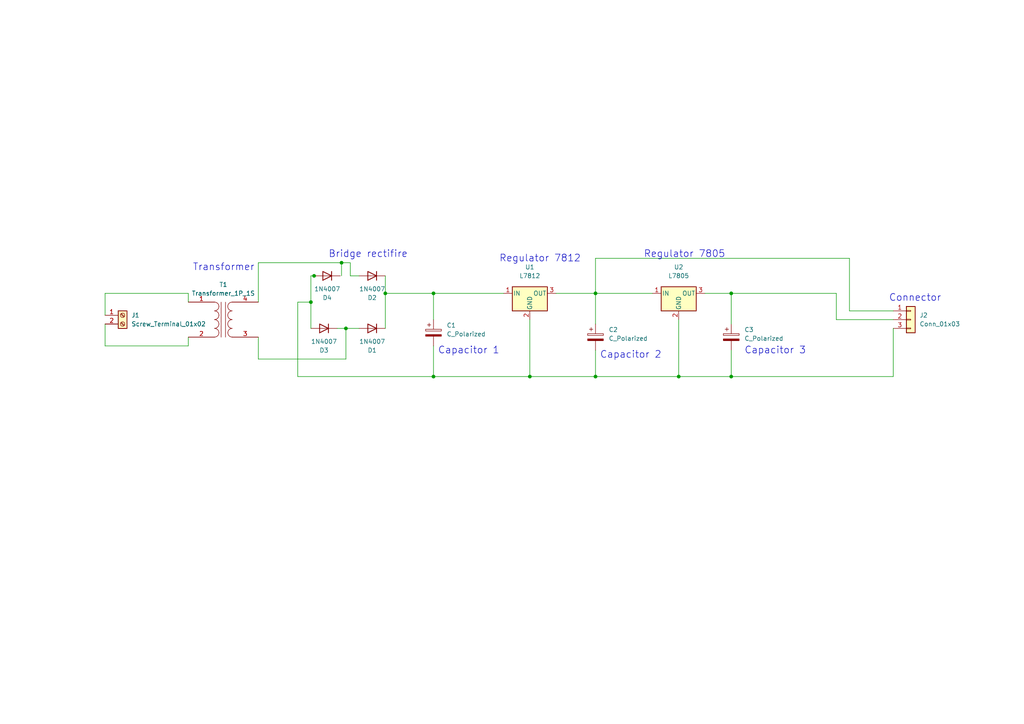
<source format=kicad_sch>
(kicad_sch (version 20211123) (generator eeschema)

  (uuid 3807e33e-5dba-445c-899c-059ff09c19fd)

  (paper "A4")

  (title_block
    (title "Power Supply")
  )

  (lib_symbols
    (symbol "Connector:Screw_Terminal_01x02" (pin_names (offset 1.016) hide) (in_bom yes) (on_board yes)
      (property "Reference" "J" (id 0) (at 0 2.54 0)
        (effects (font (size 1.27 1.27)))
      )
      (property "Value" "Screw_Terminal_01x02" (id 1) (at 0 -5.08 0)
        (effects (font (size 1.27 1.27)))
      )
      (property "Footprint" "" (id 2) (at 0 0 0)
        (effects (font (size 1.27 1.27)) hide)
      )
      (property "Datasheet" "~" (id 3) (at 0 0 0)
        (effects (font (size 1.27 1.27)) hide)
      )
      (property "ki_keywords" "screw terminal" (id 4) (at 0 0 0)
        (effects (font (size 1.27 1.27)) hide)
      )
      (property "ki_description" "Generic screw terminal, single row, 01x02, script generated (kicad-library-utils/schlib/autogen/connector/)" (id 5) (at 0 0 0)
        (effects (font (size 1.27 1.27)) hide)
      )
      (property "ki_fp_filters" "TerminalBlock*:*" (id 6) (at 0 0 0)
        (effects (font (size 1.27 1.27)) hide)
      )
      (symbol "Screw_Terminal_01x02_1_1"
        (rectangle (start -1.27 1.27) (end 1.27 -3.81)
          (stroke (width 0.254) (type default) (color 0 0 0 0))
          (fill (type background))
        )
        (circle (center 0 -2.54) (radius 0.635)
          (stroke (width 0.1524) (type default) (color 0 0 0 0))
          (fill (type none))
        )
        (polyline
          (pts
            (xy -0.5334 -2.2098)
            (xy 0.3302 -3.048)
          )
          (stroke (width 0.1524) (type default) (color 0 0 0 0))
          (fill (type none))
        )
        (polyline
          (pts
            (xy -0.5334 0.3302)
            (xy 0.3302 -0.508)
          )
          (stroke (width 0.1524) (type default) (color 0 0 0 0))
          (fill (type none))
        )
        (polyline
          (pts
            (xy -0.3556 -2.032)
            (xy 0.508 -2.8702)
          )
          (stroke (width 0.1524) (type default) (color 0 0 0 0))
          (fill (type none))
        )
        (polyline
          (pts
            (xy -0.3556 0.508)
            (xy 0.508 -0.3302)
          )
          (stroke (width 0.1524) (type default) (color 0 0 0 0))
          (fill (type none))
        )
        (circle (center 0 0) (radius 0.635)
          (stroke (width 0.1524) (type default) (color 0 0 0 0))
          (fill (type none))
        )
        (pin passive line (at -5.08 0 0) (length 3.81)
          (name "Pin_1" (effects (font (size 1.27 1.27))))
          (number "1" (effects (font (size 1.27 1.27))))
        )
        (pin passive line (at -5.08 -2.54 0) (length 3.81)
          (name "Pin_2" (effects (font (size 1.27 1.27))))
          (number "2" (effects (font (size 1.27 1.27))))
        )
      )
    )
    (symbol "Connector_Generic:Conn_01x03" (pin_names (offset 1.016) hide) (in_bom yes) (on_board yes)
      (property "Reference" "J" (id 0) (at 0 5.08 0)
        (effects (font (size 1.27 1.27)))
      )
      (property "Value" "Conn_01x03" (id 1) (at 0 -5.08 0)
        (effects (font (size 1.27 1.27)))
      )
      (property "Footprint" "" (id 2) (at 0 0 0)
        (effects (font (size 1.27 1.27)) hide)
      )
      (property "Datasheet" "~" (id 3) (at 0 0 0)
        (effects (font (size 1.27 1.27)) hide)
      )
      (property "ki_keywords" "connector" (id 4) (at 0 0 0)
        (effects (font (size 1.27 1.27)) hide)
      )
      (property "ki_description" "Generic connector, single row, 01x03, script generated (kicad-library-utils/schlib/autogen/connector/)" (id 5) (at 0 0 0)
        (effects (font (size 1.27 1.27)) hide)
      )
      (property "ki_fp_filters" "Connector*:*_1x??_*" (id 6) (at 0 0 0)
        (effects (font (size 1.27 1.27)) hide)
      )
      (symbol "Conn_01x03_1_1"
        (rectangle (start -1.27 -2.413) (end 0 -2.667)
          (stroke (width 0.1524) (type default) (color 0 0 0 0))
          (fill (type none))
        )
        (rectangle (start -1.27 0.127) (end 0 -0.127)
          (stroke (width 0.1524) (type default) (color 0 0 0 0))
          (fill (type none))
        )
        (rectangle (start -1.27 2.667) (end 0 2.413)
          (stroke (width 0.1524) (type default) (color 0 0 0 0))
          (fill (type none))
        )
        (rectangle (start -1.27 3.81) (end 1.27 -3.81)
          (stroke (width 0.254) (type default) (color 0 0 0 0))
          (fill (type background))
        )
        (pin passive line (at -5.08 2.54 0) (length 3.81)
          (name "Pin_1" (effects (font (size 1.27 1.27))))
          (number "1" (effects (font (size 1.27 1.27))))
        )
        (pin passive line (at -5.08 0 0) (length 3.81)
          (name "Pin_2" (effects (font (size 1.27 1.27))))
          (number "2" (effects (font (size 1.27 1.27))))
        )
        (pin passive line (at -5.08 -2.54 0) (length 3.81)
          (name "Pin_3" (effects (font (size 1.27 1.27))))
          (number "3" (effects (font (size 1.27 1.27))))
        )
      )
    )
    (symbol "Device:C_Polarized" (pin_numbers hide) (pin_names (offset 0.254)) (in_bom yes) (on_board yes)
      (property "Reference" "C" (id 0) (at 0.635 2.54 0)
        (effects (font (size 1.27 1.27)) (justify left))
      )
      (property "Value" "C_Polarized" (id 1) (at 0.635 -2.54 0)
        (effects (font (size 1.27 1.27)) (justify left))
      )
      (property "Footprint" "" (id 2) (at 0.9652 -3.81 0)
        (effects (font (size 1.27 1.27)) hide)
      )
      (property "Datasheet" "~" (id 3) (at 0 0 0)
        (effects (font (size 1.27 1.27)) hide)
      )
      (property "ki_keywords" "cap capacitor" (id 4) (at 0 0 0)
        (effects (font (size 1.27 1.27)) hide)
      )
      (property "ki_description" "Polarized capacitor" (id 5) (at 0 0 0)
        (effects (font (size 1.27 1.27)) hide)
      )
      (property "ki_fp_filters" "CP_*" (id 6) (at 0 0 0)
        (effects (font (size 1.27 1.27)) hide)
      )
      (symbol "C_Polarized_0_1"
        (rectangle (start -2.286 0.508) (end 2.286 1.016)
          (stroke (width 0) (type default) (color 0 0 0 0))
          (fill (type none))
        )
        (polyline
          (pts
            (xy -1.778 2.286)
            (xy -0.762 2.286)
          )
          (stroke (width 0) (type default) (color 0 0 0 0))
          (fill (type none))
        )
        (polyline
          (pts
            (xy -1.27 2.794)
            (xy -1.27 1.778)
          )
          (stroke (width 0) (type default) (color 0 0 0 0))
          (fill (type none))
        )
        (rectangle (start 2.286 -0.508) (end -2.286 -1.016)
          (stroke (width 0) (type default) (color 0 0 0 0))
          (fill (type outline))
        )
      )
      (symbol "C_Polarized_1_1"
        (pin passive line (at 0 3.81 270) (length 2.794)
          (name "~" (effects (font (size 1.27 1.27))))
          (number "1" (effects (font (size 1.27 1.27))))
        )
        (pin passive line (at 0 -3.81 90) (length 2.794)
          (name "~" (effects (font (size 1.27 1.27))))
          (number "2" (effects (font (size 1.27 1.27))))
        )
      )
    )
    (symbol "Device:Transformer_1P_1S" (pin_names (offset 1.016) hide) (in_bom yes) (on_board yes)
      (property "Reference" "T" (id 0) (at 0 6.35 0)
        (effects (font (size 1.27 1.27)))
      )
      (property "Value" "Transformer_1P_1S" (id 1) (at 0 -7.62 0)
        (effects (font (size 1.27 1.27)))
      )
      (property "Footprint" "" (id 2) (at 0 0 0)
        (effects (font (size 1.27 1.27)) hide)
      )
      (property "Datasheet" "~" (id 3) (at 0 0 0)
        (effects (font (size 1.27 1.27)) hide)
      )
      (property "ki_keywords" "transformer coil magnet" (id 4) (at 0 0 0)
        (effects (font (size 1.27 1.27)) hide)
      )
      (property "ki_description" "Transformer, single primary, single secondary" (id 5) (at 0 0 0)
        (effects (font (size 1.27 1.27)) hide)
      )
      (symbol "Transformer_1P_1S_0_1"
        (arc (start -2.54 -5.0546) (mid -1.6599 -4.6901) (end -1.27 -3.81)
          (stroke (width 0) (type default) (color 0 0 0 0))
          (fill (type none))
        )
        (arc (start -2.54 -2.5146) (mid -1.6599 -2.1501) (end -1.27 -1.27)
          (stroke (width 0) (type default) (color 0 0 0 0))
          (fill (type none))
        )
        (arc (start -2.54 0.0254) (mid -1.6599 0.3899) (end -1.27 1.27)
          (stroke (width 0) (type default) (color 0 0 0 0))
          (fill (type none))
        )
        (arc (start -2.54 2.5654) (mid -1.6599 2.9299) (end -1.27 3.81)
          (stroke (width 0) (type default) (color 0 0 0 0))
          (fill (type none))
        )
        (arc (start -1.27 -3.81) (mid -1.642 -2.912) (end -2.54 -2.54)
          (stroke (width 0) (type default) (color 0 0 0 0))
          (fill (type none))
        )
        (arc (start -1.27 -1.27) (mid -1.642 -0.372) (end -2.54 0)
          (stroke (width 0) (type default) (color 0 0 0 0))
          (fill (type none))
        )
        (arc (start -1.27 1.27) (mid -1.642 2.168) (end -2.54 2.54)
          (stroke (width 0) (type default) (color 0 0 0 0))
          (fill (type none))
        )
        (arc (start -1.27 3.81) (mid -1.642 4.708) (end -2.54 5.08)
          (stroke (width 0) (type default) (color 0 0 0 0))
          (fill (type none))
        )
        (polyline
          (pts
            (xy -0.635 5.08)
            (xy -0.635 -5.08)
          )
          (stroke (width 0) (type default) (color 0 0 0 0))
          (fill (type none))
        )
        (polyline
          (pts
            (xy 0.635 -5.08)
            (xy 0.635 5.08)
          )
          (stroke (width 0) (type default) (color 0 0 0 0))
          (fill (type none))
        )
        (arc (start 1.2954 -1.27) (mid 1.6599 -2.1501) (end 2.54 -2.5146)
          (stroke (width 0) (type default) (color 0 0 0 0))
          (fill (type none))
        )
        (arc (start 1.2954 1.27) (mid 1.6599 0.3899) (end 2.54 0.0254)
          (stroke (width 0) (type default) (color 0 0 0 0))
          (fill (type none))
        )
        (arc (start 1.2954 3.81) (mid 1.6599 2.9299) (end 2.54 2.5654)
          (stroke (width 0) (type default) (color 0 0 0 0))
          (fill (type none))
        )
        (arc (start 1.3208 -3.81) (mid 1.6853 -4.6901) (end 2.5654 -5.0546)
          (stroke (width 0) (type default) (color 0 0 0 0))
          (fill (type none))
        )
        (arc (start 2.54 0) (mid 1.642 -0.372) (end 1.2954 -1.27)
          (stroke (width 0) (type default) (color 0 0 0 0))
          (fill (type none))
        )
        (arc (start 2.54 2.54) (mid 1.642 2.168) (end 1.2954 1.27)
          (stroke (width 0) (type default) (color 0 0 0 0))
          (fill (type none))
        )
        (arc (start 2.54 5.08) (mid 1.642 4.708) (end 1.2954 3.81)
          (stroke (width 0) (type default) (color 0 0 0 0))
          (fill (type none))
        )
        (arc (start 2.5654 -2.54) (mid 1.6674 -2.912) (end 1.3208 -3.81)
          (stroke (width 0) (type default) (color 0 0 0 0))
          (fill (type none))
        )
      )
      (symbol "Transformer_1P_1S_1_1"
        (pin passive line (at -10.16 5.08 0) (length 7.62)
          (name "AA" (effects (font (size 1.27 1.27))))
          (number "1" (effects (font (size 1.27 1.27))))
        )
        (pin passive line (at -10.16 -5.08 0) (length 7.62)
          (name "AB" (effects (font (size 1.27 1.27))))
          (number "2" (effects (font (size 1.27 1.27))))
        )
        (pin passive line (at 10.16 -5.08 180) (length 7.62)
          (name "SA" (effects (font (size 1.27 1.27))))
          (number "3" (effects (font (size 1.27 1.27))))
        )
        (pin passive line (at 10.16 5.08 180) (length 7.62)
          (name "SB" (effects (font (size 1.27 1.27))))
          (number "4" (effects (font (size 1.27 1.27))))
        )
      )
    )
    (symbol "Diode:1N4007" (pin_numbers hide) (pin_names (offset 1.016) hide) (in_bom yes) (on_board yes)
      (property "Reference" "D" (id 0) (at 0 2.54 0)
        (effects (font (size 1.27 1.27)))
      )
      (property "Value" "1N4007" (id 1) (at 0 -2.54 0)
        (effects (font (size 1.27 1.27)))
      )
      (property "Footprint" "Diode_THT:D_DO-41_SOD81_P10.16mm_Horizontal" (id 2) (at 0 -4.445 0)
        (effects (font (size 1.27 1.27)) hide)
      )
      (property "Datasheet" "http://www.vishay.com/docs/88503/1n4001.pdf" (id 3) (at 0 0 0)
        (effects (font (size 1.27 1.27)) hide)
      )
      (property "ki_keywords" "diode" (id 4) (at 0 0 0)
        (effects (font (size 1.27 1.27)) hide)
      )
      (property "ki_description" "1000V 1A General Purpose Rectifier Diode, DO-41" (id 5) (at 0 0 0)
        (effects (font (size 1.27 1.27)) hide)
      )
      (property "ki_fp_filters" "D*DO?41*" (id 6) (at 0 0 0)
        (effects (font (size 1.27 1.27)) hide)
      )
      (symbol "1N4007_0_1"
        (polyline
          (pts
            (xy -1.27 1.27)
            (xy -1.27 -1.27)
          )
          (stroke (width 0.254) (type default) (color 0 0 0 0))
          (fill (type none))
        )
        (polyline
          (pts
            (xy 1.27 0)
            (xy -1.27 0)
          )
          (stroke (width 0) (type default) (color 0 0 0 0))
          (fill (type none))
        )
        (polyline
          (pts
            (xy 1.27 1.27)
            (xy 1.27 -1.27)
            (xy -1.27 0)
            (xy 1.27 1.27)
          )
          (stroke (width 0.254) (type default) (color 0 0 0 0))
          (fill (type none))
        )
      )
      (symbol "1N4007_1_1"
        (pin passive line (at -3.81 0 0) (length 2.54)
          (name "K" (effects (font (size 1.27 1.27))))
          (number "1" (effects (font (size 1.27 1.27))))
        )
        (pin passive line (at 3.81 0 180) (length 2.54)
          (name "A" (effects (font (size 1.27 1.27))))
          (number "2" (effects (font (size 1.27 1.27))))
        )
      )
    )
    (symbol "Regulator_Linear:L7805" (pin_names (offset 0.254)) (in_bom yes) (on_board yes)
      (property "Reference" "U" (id 0) (at -3.81 3.175 0)
        (effects (font (size 1.27 1.27)))
      )
      (property "Value" "L7805" (id 1) (at 0 3.175 0)
        (effects (font (size 1.27 1.27)) (justify left))
      )
      (property "Footprint" "" (id 2) (at 0.635 -3.81 0)
        (effects (font (size 1.27 1.27) italic) (justify left) hide)
      )
      (property "Datasheet" "http://www.st.com/content/ccc/resource/technical/document/datasheet/41/4f/b3/b0/12/d4/47/88/CD00000444.pdf/files/CD00000444.pdf/jcr:content/translations/en.CD00000444.pdf" (id 3) (at 0 -1.27 0)
        (effects (font (size 1.27 1.27)) hide)
      )
      (property "ki_keywords" "Voltage Regulator 1.5A Positive" (id 4) (at 0 0 0)
        (effects (font (size 1.27 1.27)) hide)
      )
      (property "ki_description" "Positive 1.5A 35V Linear Regulator, Fixed Output 5V, TO-220/TO-263/TO-252" (id 5) (at 0 0 0)
        (effects (font (size 1.27 1.27)) hide)
      )
      (property "ki_fp_filters" "TO?252* TO?263* TO?220*" (id 6) (at 0 0 0)
        (effects (font (size 1.27 1.27)) hide)
      )
      (symbol "L7805_0_1"
        (rectangle (start -5.08 1.905) (end 5.08 -5.08)
          (stroke (width 0.254) (type default) (color 0 0 0 0))
          (fill (type background))
        )
      )
      (symbol "L7805_1_1"
        (pin power_in line (at -7.62 0 0) (length 2.54)
          (name "IN" (effects (font (size 1.27 1.27))))
          (number "1" (effects (font (size 1.27 1.27))))
        )
        (pin power_in line (at 0 -7.62 90) (length 2.54)
          (name "GND" (effects (font (size 1.27 1.27))))
          (number "2" (effects (font (size 1.27 1.27))))
        )
        (pin power_out line (at 7.62 0 180) (length 2.54)
          (name "OUT" (effects (font (size 1.27 1.27))))
          (number "3" (effects (font (size 1.27 1.27))))
        )
      )
    )
    (symbol "Regulator_Linear:L7812" (pin_names (offset 0.254)) (in_bom yes) (on_board yes)
      (property "Reference" "U" (id 0) (at -3.81 3.175 0)
        (effects (font (size 1.27 1.27)))
      )
      (property "Value" "L7812" (id 1) (at 0 3.175 0)
        (effects (font (size 1.27 1.27)) (justify left))
      )
      (property "Footprint" "" (id 2) (at 0.635 -3.81 0)
        (effects (font (size 1.27 1.27) italic) (justify left) hide)
      )
      (property "Datasheet" "http://www.st.com/content/ccc/resource/technical/document/datasheet/41/4f/b3/b0/12/d4/47/88/CD00000444.pdf/files/CD00000444.pdf/jcr:content/translations/en.CD00000444.pdf" (id 3) (at 0 -1.27 0)
        (effects (font (size 1.27 1.27)) hide)
      )
      (property "ki_keywords" "Voltage Regulator 1.5A Positive" (id 4) (at 0 0 0)
        (effects (font (size 1.27 1.27)) hide)
      )
      (property "ki_description" "Positive 1.5A 35V Linear Regulator, Fixed Output 12V, TO-220/TO-263/TO-252" (id 5) (at 0 0 0)
        (effects (font (size 1.27 1.27)) hide)
      )
      (property "ki_fp_filters" "TO?252* TO?263* TO?220*" (id 6) (at 0 0 0)
        (effects (font (size 1.27 1.27)) hide)
      )
      (symbol "L7812_0_1"
        (rectangle (start -5.08 1.905) (end 5.08 -5.08)
          (stroke (width 0.254) (type default) (color 0 0 0 0))
          (fill (type background))
        )
      )
      (symbol "L7812_1_1"
        (pin power_in line (at -7.62 0 0) (length 2.54)
          (name "IN" (effects (font (size 1.27 1.27))))
          (number "1" (effects (font (size 1.27 1.27))))
        )
        (pin power_in line (at 0 -7.62 90) (length 2.54)
          (name "GND" (effects (font (size 1.27 1.27))))
          (number "2" (effects (font (size 1.27 1.27))))
        )
        (pin power_out line (at 7.62 0 180) (length 2.54)
          (name "OUT" (effects (font (size 1.27 1.27))))
          (number "3" (effects (font (size 1.27 1.27))))
        )
      )
    )
  )

  (junction (at 100.33 95.25) (diameter 0) (color 0 0 0 0)
    (uuid 041a510b-9c1d-45f3-8337-7a1d87f78625)
  )
  (junction (at 196.85 109.22) (diameter 0) (color 0 0 0 0)
    (uuid 08900d28-d912-43ef-92ea-ea075cdd3470)
  )
  (junction (at 172.72 85.09) (diameter 0) (color 0 0 0 0)
    (uuid 570273a4-a644-494b-ac51-0da1938030c9)
  )
  (junction (at 111.76 85.09) (diameter 0) (color 0 0 0 0)
    (uuid 5c1b2fbc-6a38-4acc-9bea-402058b9aa05)
  )
  (junction (at 125.73 85.09) (diameter 0) (color 0 0 0 0)
    (uuid 68642ebd-55db-40ee-bd4a-e2f25b80eb41)
  )
  (junction (at 153.67 109.22) (diameter 0) (color 0 0 0 0)
    (uuid 693177e9-e961-4913-a56b-4d83002ffadb)
  )
  (junction (at 99.06 76.2) (diameter 0) (color 0 0 0 0)
    (uuid 7034f0ca-522a-48f7-b5d8-6238d9e5b112)
  )
  (junction (at 212.09 109.22) (diameter 0) (color 0 0 0 0)
    (uuid 849ce991-6981-4c6c-843e-33aa6068fdf9)
  )
  (junction (at 90.17 87.63) (diameter 0) (color 0 0 0 0)
    (uuid 85357a51-a5c7-4072-a1cc-c8b10abbb805)
  )
  (junction (at 91.0972 80.01) (diameter 0) (color 0 0 0 0)
    (uuid 9a793067-e003-4429-a6eb-f20a696ad4f5)
  )
  (junction (at 212.09 85.09) (diameter 0) (color 0 0 0 0)
    (uuid 9e444c57-e195-43bd-a409-0f5a6203717b)
  )
  (junction (at 125.73 109.22) (diameter 0) (color 0 0 0 0)
    (uuid b26e6801-8123-478b-a2eb-555bc7199f07)
  )
  (junction (at 172.72 109.22) (diameter 0) (color 0 0 0 0)
    (uuid e028e8a2-da18-47d5-b525-4bad911645c4)
  )

  (wire (pts (xy 172.72 93.98) (xy 172.72 85.09))
    (stroke (width 0) (type default) (color 0 0 0 0))
    (uuid 0243d36e-d5ae-46e1-86bc-58e28ad9329c)
  )
  (wire (pts (xy 100.33 95.25) (xy 104.14 95.25))
    (stroke (width 0) (type default) (color 0 0 0 0))
    (uuid 0438c7b6-72db-47b2-bb42-7b61dd9f60e1)
  )
  (wire (pts (xy 125.73 109.22) (xy 153.67 109.22))
    (stroke (width 0) (type default) (color 0 0 0 0))
    (uuid 05eeb490-2716-412a-899c-d0541eeeb1fd)
  )
  (wire (pts (xy 54.61 97.79) (xy 54.61 100.33))
    (stroke (width 0) (type default) (color 0 0 0 0))
    (uuid 07fdc384-20e0-4bef-bfa5-a27b11934f16)
  )
  (wire (pts (xy 111.76 85.09) (xy 125.73 85.09))
    (stroke (width 0) (type default) (color 0 0 0 0))
    (uuid 0b033eaf-63aa-4bf0-ae6e-49ac74e220c5)
  )
  (wire (pts (xy 100.33 104.14) (xy 100.33 95.25))
    (stroke (width 0) (type default) (color 0 0 0 0))
    (uuid 105c945a-0601-4b05-aa7c-e9e6797b3904)
  )
  (wire (pts (xy 111.76 85.09) (xy 111.76 95.25))
    (stroke (width 0) (type default) (color 0 0 0 0))
    (uuid 1bb49bb3-a655-4069-9b7b-e5be85cfafc5)
  )
  (wire (pts (xy 101.6 76.2) (xy 101.6 80.01))
    (stroke (width 0) (type default) (color 0 0 0 0))
    (uuid 1ce1614f-4d4e-493b-a23c-89d004501784)
  )
  (wire (pts (xy 86.36 109.22) (xy 86.36 87.63))
    (stroke (width 0) (type default) (color 0 0 0 0))
    (uuid 1db684f8-ca10-4620-8496-180f7ff3f182)
  )
  (wire (pts (xy 172.72 101.6) (xy 172.72 109.22))
    (stroke (width 0) (type default) (color 0 0 0 0))
    (uuid 21b259b5-0892-4bfb-ac10-51518fc3d564)
  )
  (wire (pts (xy 196.85 109.22) (xy 172.72 109.22))
    (stroke (width 0) (type default) (color 0 0 0 0))
    (uuid 25a36749-3620-4c0b-a182-81cc966f0a28)
  )
  (wire (pts (xy 172.72 85.09) (xy 161.29 85.09))
    (stroke (width 0) (type default) (color 0 0 0 0))
    (uuid 284861f6-b712-4941-befa-d6ef7f888a02)
  )
  (wire (pts (xy 125.73 85.09) (xy 146.05 85.09))
    (stroke (width 0) (type default) (color 0 0 0 0))
    (uuid 2afa0831-aaad-4093-aafb-4cffa9e61102)
  )
  (wire (pts (xy 172.72 109.22) (xy 153.67 109.22))
    (stroke (width 0) (type default) (color 0 0 0 0))
    (uuid 2c052d91-a173-409e-ad33-31833e7fba73)
  )
  (wire (pts (xy 90.17 80.01) (xy 90.17 87.63))
    (stroke (width 0) (type default) (color 0 0 0 0))
    (uuid 3579915b-7365-45ca-b7dc-9ea25bdbf84d)
  )
  (wire (pts (xy 30.48 93.98) (xy 30.48 100.33))
    (stroke (width 0) (type default) (color 0 0 0 0))
    (uuid 35d6c853-f86a-4d31-87a0-3f10804f3370)
  )
  (wire (pts (xy 90.17 87.63) (xy 90.17 95.25))
    (stroke (width 0) (type default) (color 0 0 0 0))
    (uuid 40e4bbb6-4ca3-4e58-8153-e95520cb422f)
  )
  (wire (pts (xy 97.79 95.25) (xy 100.33 95.25))
    (stroke (width 0) (type default) (color 0 0 0 0))
    (uuid 43186378-87ac-4602-b4ca-602b88406cf3)
  )
  (wire (pts (xy 30.48 100.33) (xy 54.61 100.33))
    (stroke (width 0) (type default) (color 0 0 0 0))
    (uuid 44771e98-e3d1-4cb2-999e-24cc27778a5d)
  )
  (wire (pts (xy 172.72 85.09) (xy 189.23 85.09))
    (stroke (width 0) (type default) (color 0 0 0 0))
    (uuid 515ea091-6463-4793-86cc-290db69ba2d2)
  )
  (wire (pts (xy 30.48 85.09) (xy 54.61 85.09))
    (stroke (width 0) (type default) (color 0 0 0 0))
    (uuid 5165a801-e7f5-4bff-897c-1874c57f6a19)
  )
  (wire (pts (xy 196.85 92.71) (xy 196.85 109.22))
    (stroke (width 0) (type default) (color 0 0 0 0))
    (uuid 5200cf9e-8170-48ba-a29b-9f4a1a4c6f41)
  )
  (wire (pts (xy 86.36 109.22) (xy 125.73 109.22))
    (stroke (width 0) (type default) (color 0 0 0 0))
    (uuid 5d263686-84d0-428d-9637-b520ca6076f9)
  )
  (wire (pts (xy 91.44 80.01) (xy 91.0972 80.01))
    (stroke (width 0) (type default) (color 0 0 0 0))
    (uuid 60c05302-7e2b-4d25-b78f-43a6b0841b61)
  )
  (wire (pts (xy 99.06 76.2) (xy 99.06 80.01))
    (stroke (width 0) (type default) (color 0 0 0 0))
    (uuid 634837d0-8165-4fb7-8259-55cfb60500f5)
  )
  (wire (pts (xy 101.6 80.01) (xy 104.14 80.01))
    (stroke (width 0) (type default) (color 0 0 0 0))
    (uuid 67d419d7-e253-4475-ac2a-a66e2d90ec40)
  )
  (wire (pts (xy 242.57 92.71) (xy 242.57 85.09))
    (stroke (width 0) (type default) (color 0 0 0 0))
    (uuid 68f31569-0677-467c-b4ea-95c0322d54ea)
  )
  (wire (pts (xy 246.38 74.93) (xy 172.72 74.93))
    (stroke (width 0) (type default) (color 0 0 0 0))
    (uuid 6d1113df-d951-4893-bcd2-7016d54dd88d)
  )
  (wire (pts (xy 246.38 90.17) (xy 246.38 74.93))
    (stroke (width 0) (type default) (color 0 0 0 0))
    (uuid 6d5bbaeb-fe3a-4cfb-aa50-181acd0b97f3)
  )
  (wire (pts (xy 242.57 85.09) (xy 212.09 85.09))
    (stroke (width 0) (type default) (color 0 0 0 0))
    (uuid 703d0631-ec44-4229-80cc-3bedcb51243d)
  )
  (wire (pts (xy 30.48 85.09) (xy 30.48 91.44))
    (stroke (width 0) (type default) (color 0 0 0 0))
    (uuid 7efbe190-1017-40d6-a952-d674753b2172)
  )
  (wire (pts (xy 91.0972 80.01) (xy 90.17 80.01))
    (stroke (width 0) (type default) (color 0 0 0 0))
    (uuid 7f049b0b-e69d-46a4-b009-361508f7539c)
  )
  (wire (pts (xy 259.08 109.22) (xy 212.09 109.22))
    (stroke (width 0) (type default) (color 0 0 0 0))
    (uuid 8788ecbb-5f4d-4a01-b76d-75bb833305ef)
  )
  (wire (pts (xy 54.61 85.09) (xy 54.61 87.63))
    (stroke (width 0) (type default) (color 0 0 0 0))
    (uuid 886980f6-de1d-4e04-85ed-1579f9d26179)
  )
  (wire (pts (xy 74.93 76.2) (xy 99.06 76.2))
    (stroke (width 0) (type default) (color 0 0 0 0))
    (uuid 92ed7191-64ce-4132-a2d5-8dd483c35917)
  )
  (wire (pts (xy 212.09 109.22) (xy 196.85 109.22))
    (stroke (width 0) (type default) (color 0 0 0 0))
    (uuid 972a6caf-4f4c-48ca-b4a4-cce03d9d8dac)
  )
  (wire (pts (xy 172.72 74.93) (xy 172.72 85.09))
    (stroke (width 0) (type default) (color 0 0 0 0))
    (uuid 9af93aae-7649-433e-92f6-a1f10736a40d)
  )
  (wire (pts (xy 125.73 100.33) (xy 125.73 109.22))
    (stroke (width 0) (type default) (color 0 0 0 0))
    (uuid b398d9d2-7ad1-41fb-a613-692ae7bec444)
  )
  (wire (pts (xy 74.93 76.2) (xy 74.93 87.63))
    (stroke (width 0) (type default) (color 0 0 0 0))
    (uuid b7f02688-5845-4551-b2fc-0351f001e8cc)
  )
  (wire (pts (xy 212.09 101.6) (xy 212.09 109.22))
    (stroke (width 0) (type default) (color 0 0 0 0))
    (uuid b859f672-759c-43ba-a51c-586c4a0f312f)
  )
  (wire (pts (xy 74.93 104.14) (xy 100.33 104.14))
    (stroke (width 0) (type default) (color 0 0 0 0))
    (uuid ca1ba538-2cd0-4db9-b490-a77a73476cbd)
  )
  (wire (pts (xy 212.09 85.09) (xy 212.09 93.98))
    (stroke (width 0) (type default) (color 0 0 0 0))
    (uuid cbd3edf3-2942-4b5e-a773-c40cc7d9d589)
  )
  (wire (pts (xy 99.06 76.2) (xy 101.6 76.2))
    (stroke (width 0) (type default) (color 0 0 0 0))
    (uuid d4044d35-958c-4f1d-9de5-92af6b7a6c71)
  )
  (wire (pts (xy 153.67 92.71) (xy 153.67 109.22))
    (stroke (width 0) (type default) (color 0 0 0 0))
    (uuid dc043761-e068-410f-b930-2273f5876dd0)
  )
  (wire (pts (xy 86.36 87.63) (xy 90.17 87.63))
    (stroke (width 0) (type default) (color 0 0 0 0))
    (uuid e16678c2-c13a-4a17-8662-1a277d94bf95)
  )
  (wire (pts (xy 259.08 95.25) (xy 259.08 109.22))
    (stroke (width 0) (type default) (color 0 0 0 0))
    (uuid e5761675-ccfe-4fff-bf98-7c07ae5fdb1a)
  )
  (wire (pts (xy 204.47 85.09) (xy 212.09 85.09))
    (stroke (width 0) (type default) (color 0 0 0 0))
    (uuid eb32746d-4de3-422d-95ba-27c68758495d)
  )
  (wire (pts (xy 259.08 92.71) (xy 242.57 92.71))
    (stroke (width 0) (type default) (color 0 0 0 0))
    (uuid edb78c5e-2ae0-4d7a-9255-3657af33f88c)
  )
  (wire (pts (xy 125.73 92.71) (xy 125.73 85.09))
    (stroke (width 0) (type default) (color 0 0 0 0))
    (uuid f2f477c4-c0ca-4d46-bbd4-4e222a6f06d7)
  )
  (wire (pts (xy 74.93 97.79) (xy 74.93 104.14))
    (stroke (width 0) (type default) (color 0 0 0 0))
    (uuid f6cbbd5e-efc8-4822-861b-4181112f8e03)
  )
  (wire (pts (xy 111.76 80.01) (xy 111.76 85.09))
    (stroke (width 0) (type default) (color 0 0 0 0))
    (uuid f8a5991a-27a7-4ae8-88da-531af6755352)
  )
  (wire (pts (xy 259.08 90.17) (xy 246.38 90.17))
    (stroke (width 0) (type default) (color 0 0 0 0))
    (uuid ff5e7656-3d17-48c6-b1d0-72a6bafd8bb2)
  )

  (text "Bridge rectifire" (at 95.25 74.93 0)
    (effects (font (size 2 2)) (justify left bottom))
    (uuid 2b48b55b-7786-4017-b940-04c90c788527)
  )
  (text "Regulator 7812" (at 144.78 76.2 0)
    (effects (font (size 2 2)) (justify left bottom))
    (uuid 69442677-2f75-4d1b-968d-fdf093e59094)
  )
  (text "Capacitor 2" (at 173.99 104.14 0)
    (effects (font (size 2 2)) (justify left bottom))
    (uuid 70a5c7a1-6239-4c76-84a1-a917bb81e8b2)
  )
  (text "Capacitor 1" (at 127 102.87 0)
    (effects (font (size 2 2)) (justify left bottom))
    (uuid 7b38ff10-61d6-430a-b81b-322d39489244)
  )
  (text "Regulator 7805" (at 186.69 74.93 0)
    (effects (font (size 2 2)) (justify left bottom))
    (uuid b790ec81-4752-4c73-9542-ed86f139d5ed)
  )
  (text "Transformer" (at 55.88 78.74 0)
    (effects (font (size 2 2)) (justify left bottom))
    (uuid c12f521e-18b4-464c-9efd-26b0300dd4a0)
  )
  (text "Capacitor 3\n" (at 215.9 102.87 0)
    (effects (font (size 2 2)) (justify left bottom))
    (uuid ddce320f-11c7-4332-8088-167310bb4717)
  )
  (text "Connector\n" (at 257.81 87.63 0)
    (effects (font (size 2 2)) (justify left bottom))
    (uuid fd2ef6a4-5f68-423a-8245-b8b57a1a5f03)
  )

  (symbol (lib_id "Device:C_Polarized") (at 125.73 96.52 0) (unit 1)
    (in_bom yes) (on_board yes) (fields_autoplaced)
    (uuid 2bbd4d82-2fe0-4056-8900-28be151d44a8)
    (property "Reference" "C1" (id 0) (at 129.54 94.3609 0)
      (effects (font (size 1.27 1.27)) (justify left))
    )
    (property "Value" "C_Polarized" (id 1) (at 129.54 96.9009 0)
      (effects (font (size 1.27 1.27)) (justify left))
    )
    (property "Footprint" "Capacitor_THT:CP_Radial_D7.5mm_P2.50mm" (id 2) (at 126.6952 100.33 0)
      (effects (font (size 1.27 1.27)) hide)
    )
    (property "Datasheet" "~" (id 3) (at 125.73 96.52 0)
      (effects (font (size 1.27 1.27)) hide)
    )
    (pin "1" (uuid bffbb50b-ee1c-47c7-a6bc-08ae4c958a76))
    (pin "2" (uuid 295d6a39-0cd1-40c0-aa19-26116ab64a08))
  )

  (symbol (lib_id "Device:Transformer_1P_1S") (at 64.77 92.71 0) (unit 1)
    (in_bom yes) (on_board yes) (fields_autoplaced)
    (uuid 36499328-03bf-4893-a810-1389a180834e)
    (property "Reference" "T1" (id 0) (at 64.7827 82.55 0))
    (property "Value" "Transformer_1P_1S" (id 1) (at 64.7827 85.09 0))
    (property "Footprint" "Transformer_SMD:Pulse_PA2006NL" (id 2) (at 64.77 92.71 0)
      (effects (font (size 1.27 1.27)) hide)
    )
    (property "Datasheet" "~" (id 3) (at 64.77 92.71 0)
      (effects (font (size 1.27 1.27)) hide)
    )
    (pin "1" (uuid 888a0da9-64e8-473a-8d31-e7d44f3ce456))
    (pin "2" (uuid 9018e914-0ad8-48d8-8f77-ac3c152e7845))
    (pin "3" (uuid 549d52c1-632b-44f2-81c2-73e14a2fcca4))
    (pin "4" (uuid aa67daac-8ef8-423b-b338-ead9799407d3))
  )

  (symbol (lib_id "Regulator_Linear:L7812") (at 153.67 85.09 0) (unit 1)
    (in_bom yes) (on_board yes) (fields_autoplaced)
    (uuid 44b933be-e483-445e-b825-209d3832573d)
    (property "Reference" "U1" (id 0) (at 153.67 77.47 0))
    (property "Value" "L7812" (id 1) (at 153.67 80.01 0))
    (property "Footprint" "Package_TO_SOT_THT:TO-220-3_Vertical" (id 2) (at 154.305 88.9 0)
      (effects (font (size 1.27 1.27) italic) (justify left) hide)
    )
    (property "Datasheet" "http://www.st.com/content/ccc/resource/technical/document/datasheet/41/4f/b3/b0/12/d4/47/88/CD00000444.pdf/files/CD00000444.pdf/jcr:content/translations/en.CD00000444.pdf" (id 3) (at 153.67 86.36 0)
      (effects (font (size 1.27 1.27)) hide)
    )
    (pin "1" (uuid 9c9e49ce-9d88-49f8-8ab5-402ef599898a))
    (pin "2" (uuid 12970789-628f-4f16-8e6b-1c7e4460b6f4))
    (pin "3" (uuid a4d973f7-6b4c-4927-90a7-a8a0d9232272))
  )

  (symbol (lib_id "Diode:1N4007") (at 93.98 95.25 180) (unit 1)
    (in_bom yes) (on_board yes) (fields_autoplaced)
    (uuid 463fec7b-3408-425b-b86e-89bbce82db3f)
    (property "Reference" "D3" (id 0) (at 93.98 101.6 0))
    (property "Value" "1N4007" (id 1) (at 93.98 99.06 0))
    (property "Footprint" "Diode_THT:D_DO-41_SOD81_P10.16mm_Horizontal" (id 2) (at 93.98 90.805 0)
      (effects (font (size 1.27 1.27)) hide)
    )
    (property "Datasheet" "http://www.vishay.com/docs/88503/1n4001.pdf" (id 3) (at 93.98 95.25 0)
      (effects (font (size 1.27 1.27)) hide)
    )
    (pin "1" (uuid e49aab01-8515-4594-b836-59134b4cc84f))
    (pin "2" (uuid a2b3d468-e172-4631-9e71-58699d4bcb93))
  )

  (symbol (lib_id "Connector:Screw_Terminal_01x02") (at 35.56 91.44 0) (unit 1)
    (in_bom yes) (on_board yes) (fields_autoplaced)
    (uuid 657723a0-24ab-48e6-b2de-f13f40a27058)
    (property "Reference" "J1" (id 0) (at 38.1 91.4399 0)
      (effects (font (size 1.27 1.27)) (justify left))
    )
    (property "Value" "Screw_Terminal_01x02" (id 1) (at 38.1 93.9799 0)
      (effects (font (size 1.27 1.27)) (justify left))
    )
    (property "Footprint" "TerminalBlock_MetzConnect:TerminalBlock_MetzConnect_Type101_RT01602HBWC_1x02_P5.08mm_Horizontal" (id 2) (at 35.56 91.44 0)
      (effects (font (size 1.27 1.27)) hide)
    )
    (property "Datasheet" "~" (id 3) (at 35.56 91.44 0)
      (effects (font (size 1.27 1.27)) hide)
    )
    (pin "1" (uuid a5837c6c-fab4-4857-bac6-28731e4a4b46))
    (pin "2" (uuid f93770b1-e672-4be8-bf13-31c1eb135b6b))
  )

  (symbol (lib_id "Diode:1N4007") (at 107.95 95.25 180) (unit 1)
    (in_bom yes) (on_board yes) (fields_autoplaced)
    (uuid abd38956-763c-4566-b4b8-7954ba7d2bb8)
    (property "Reference" "D1" (id 0) (at 107.95 101.6 0))
    (property "Value" "1N4007" (id 1) (at 107.95 99.06 0))
    (property "Footprint" "Diode_THT:D_DO-41_SOD81_P10.16mm_Horizontal" (id 2) (at 107.95 90.805 0)
      (effects (font (size 1.27 1.27)) hide)
    )
    (property "Datasheet" "http://www.vishay.com/docs/88503/1n4001.pdf" (id 3) (at 107.95 95.25 0)
      (effects (font (size 1.27 1.27)) hide)
    )
    (pin "1" (uuid a195f7cb-4342-4342-a00f-19fd4710ab2c))
    (pin "2" (uuid 47e1699f-715c-4616-8a75-43ff603fb7ca))
  )

  (symbol (lib_id "Device:C_Polarized") (at 212.09 97.79 0) (unit 1)
    (in_bom yes) (on_board yes) (fields_autoplaced)
    (uuid b10c5b68-2f1c-48b7-bdaf-ad52fdcb7f63)
    (property "Reference" "C3" (id 0) (at 215.9 95.6309 0)
      (effects (font (size 1.27 1.27)) (justify left))
    )
    (property "Value" "C_Polarized" (id 1) (at 215.9 98.1709 0)
      (effects (font (size 1.27 1.27)) (justify left))
    )
    (property "Footprint" "Capacitor_THT:CP_Radial_D7.5mm_P2.50mm" (id 2) (at 213.0552 101.6 0)
      (effects (font (size 1.27 1.27)) hide)
    )
    (property "Datasheet" "~" (id 3) (at 212.09 97.79 0)
      (effects (font (size 1.27 1.27)) hide)
    )
    (pin "1" (uuid b7e5d478-7dba-46bd-b0d7-c556257c474d))
    (pin "2" (uuid e12cbabb-3dbc-4bbe-904f-43aba5f4d265))
  )

  (symbol (lib_id "Device:C_Polarized") (at 172.72 97.79 0) (unit 1)
    (in_bom yes) (on_board yes) (fields_autoplaced)
    (uuid b6deeb87-e200-4d2e-9e9d-8de5f6fe24c8)
    (property "Reference" "C2" (id 0) (at 176.53 95.6309 0)
      (effects (font (size 1.27 1.27)) (justify left))
    )
    (property "Value" "C_Polarized" (id 1) (at 176.53 98.1709 0)
      (effects (font (size 1.27 1.27)) (justify left))
    )
    (property "Footprint" "Capacitor_THT:CP_Radial_D7.5mm_P2.50mm" (id 2) (at 173.6852 101.6 0)
      (effects (font (size 1.27 1.27)) hide)
    )
    (property "Datasheet" "~" (id 3) (at 172.72 97.79 0)
      (effects (font (size 1.27 1.27)) hide)
    )
    (pin "1" (uuid e4da5178-aa21-41de-8727-6f8f72228074))
    (pin "2" (uuid 87ec90cc-5d86-4f6a-9418-5efc74aa7bab))
  )

  (symbol (lib_id "Diode:1N4007") (at 107.95 80.01 180) (unit 1)
    (in_bom yes) (on_board yes) (fields_autoplaced)
    (uuid bc00ec34-d6d5-42ca-be5b-c4f1afbad3da)
    (property "Reference" "D2" (id 0) (at 107.95 86.36 0))
    (property "Value" "1N4007" (id 1) (at 107.95 83.82 0))
    (property "Footprint" "Diode_THT:D_DO-41_SOD81_P10.16mm_Horizontal" (id 2) (at 107.95 75.565 0)
      (effects (font (size 1.27 1.27)) hide)
    )
    (property "Datasheet" "http://www.vishay.com/docs/88503/1n4001.pdf" (id 3) (at 107.95 80.01 0)
      (effects (font (size 1.27 1.27)) hide)
    )
    (pin "1" (uuid 7d4afe79-163c-4a51-8a0a-8b7c8e73945b))
    (pin "2" (uuid 0c9562a4-069a-4cab-962a-bd621b19321e))
  )

  (symbol (lib_id "Connector_Generic:Conn_01x03") (at 264.16 92.71 0) (unit 1)
    (in_bom yes) (on_board yes) (fields_autoplaced)
    (uuid dacde9c8-9193-439b-9228-0e423a19bb45)
    (property "Reference" "J2" (id 0) (at 266.7 91.4399 0)
      (effects (font (size 1.27 1.27)) (justify left))
    )
    (property "Value" "Conn_01x03" (id 1) (at 266.7 93.9799 0)
      (effects (font (size 1.27 1.27)) (justify left))
    )
    (property "Footprint" "Connector_PinHeader_2.54mm:PinHeader_1x03_P2.54mm_Vertical" (id 2) (at 264.16 92.71 0)
      (effects (font (size 1.27 1.27)) hide)
    )
    (property "Datasheet" "~" (id 3) (at 264.16 92.71 0)
      (effects (font (size 1.27 1.27)) hide)
    )
    (pin "1" (uuid 4e19d45d-a584-44bf-829a-cb41fed8bf9f))
    (pin "2" (uuid 47b4a71a-a5f6-4b32-b436-3d352d1b3ff4))
    (pin "3" (uuid cc191b85-1e47-490e-b9d1-d4a98c804c86))
  )

  (symbol (lib_id "Regulator_Linear:L7805") (at 196.85 85.09 0) (unit 1)
    (in_bom yes) (on_board yes) (fields_autoplaced)
    (uuid dd9d928c-7bf9-47e9-af5c-354ddd21417f)
    (property "Reference" "U2" (id 0) (at 196.85 77.47 0))
    (property "Value" "L7805" (id 1) (at 196.85 80.01 0))
    (property "Footprint" "Package_TO_SOT_THT:TO-220-3_Vertical" (id 2) (at 197.485 88.9 0)
      (effects (font (size 1.27 1.27) italic) (justify left) hide)
    )
    (property "Datasheet" "http://www.st.com/content/ccc/resource/technical/document/datasheet/41/4f/b3/b0/12/d4/47/88/CD00000444.pdf/files/CD00000444.pdf/jcr:content/translations/en.CD00000444.pdf" (id 3) (at 196.85 86.36 0)
      (effects (font (size 1.27 1.27)) hide)
    )
    (pin "1" (uuid c8a73382-5477-40b5-b9db-301a97c98e9c))
    (pin "2" (uuid 697890fe-c2b5-4305-bd87-ae98a5da9c4c))
    (pin "3" (uuid 9275fd62-8f53-4ec2-bbe4-693f4132c1b0))
  )

  (symbol (lib_id "Diode:1N4007") (at 94.9072 80.01 180) (unit 1)
    (in_bom yes) (on_board yes) (fields_autoplaced)
    (uuid ecb763e1-366f-4c00-b18e-0f430ac1b270)
    (property "Reference" "D4" (id 0) (at 94.9072 86.36 0))
    (property "Value" "1N4007" (id 1) (at 94.9072 83.82 0))
    (property "Footprint" "Diode_THT:D_DO-41_SOD81_P10.16mm_Horizontal" (id 2) (at 94.9072 75.565 0)
      (effects (font (size 1.27 1.27)) hide)
    )
    (property "Datasheet" "http://www.vishay.com/docs/88503/1n4001.pdf" (id 3) (at 94.9072 80.01 0)
      (effects (font (size 1.27 1.27)) hide)
    )
    (pin "1" (uuid de79e96f-61c8-4965-8720-53f60445cafc))
    (pin "2" (uuid 9cccea26-6c40-4a8f-b101-79b3893ea272))
  )

  (sheet_instances
    (path "/" (page "1"))
  )

  (symbol_instances
    (path "/2bbd4d82-2fe0-4056-8900-28be151d44a8"
      (reference "C1") (unit 1) (value "C_Polarized") (footprint "Capacitor_THT:CP_Radial_D7.5mm_P2.50mm")
    )
    (path "/b6deeb87-e200-4d2e-9e9d-8de5f6fe24c8"
      (reference "C2") (unit 1) (value "C_Polarized") (footprint "Capacitor_THT:CP_Radial_D7.5mm_P2.50mm")
    )
    (path "/b10c5b68-2f1c-48b7-bdaf-ad52fdcb7f63"
      (reference "C3") (unit 1) (value "C_Polarized") (footprint "Capacitor_THT:CP_Radial_D7.5mm_P2.50mm")
    )
    (path "/abd38956-763c-4566-b4b8-7954ba7d2bb8"
      (reference "D1") (unit 1) (value "1N4007") (footprint "Diode_THT:D_DO-41_SOD81_P10.16mm_Horizontal")
    )
    (path "/bc00ec34-d6d5-42ca-be5b-c4f1afbad3da"
      (reference "D2") (unit 1) (value "1N4007") (footprint "Diode_THT:D_DO-41_SOD81_P10.16mm_Horizontal")
    )
    (path "/463fec7b-3408-425b-b86e-89bbce82db3f"
      (reference "D3") (unit 1) (value "1N4007") (footprint "Diode_THT:D_DO-41_SOD81_P10.16mm_Horizontal")
    )
    (path "/ecb763e1-366f-4c00-b18e-0f430ac1b270"
      (reference "D4") (unit 1) (value "1N4007") (footprint "Diode_THT:D_DO-41_SOD81_P10.16mm_Horizontal")
    )
    (path "/657723a0-24ab-48e6-b2de-f13f40a27058"
      (reference "J1") (unit 1) (value "Screw_Terminal_01x02") (footprint "TerminalBlock_MetzConnect:TerminalBlock_MetzConnect_Type101_RT01602HBWC_1x02_P5.08mm_Horizontal")
    )
    (path "/dacde9c8-9193-439b-9228-0e423a19bb45"
      (reference "J2") (unit 1) (value "Conn_01x03") (footprint "Connector_PinHeader_2.54mm:PinHeader_1x03_P2.54mm_Vertical")
    )
    (path "/36499328-03bf-4893-a810-1389a180834e"
      (reference "T1") (unit 1) (value "Transformer_1P_1S") (footprint "Transformer_SMD:Pulse_PA2006NL")
    )
    (path "/44b933be-e483-445e-b825-209d3832573d"
      (reference "U1") (unit 1) (value "L7812") (footprint "Package_TO_SOT_THT:TO-220-3_Vertical")
    )
    (path "/dd9d928c-7bf9-47e9-af5c-354ddd21417f"
      (reference "U2") (unit 1) (value "L7805") (footprint "Package_TO_SOT_THT:TO-220-3_Vertical")
    )
  )
)

</source>
